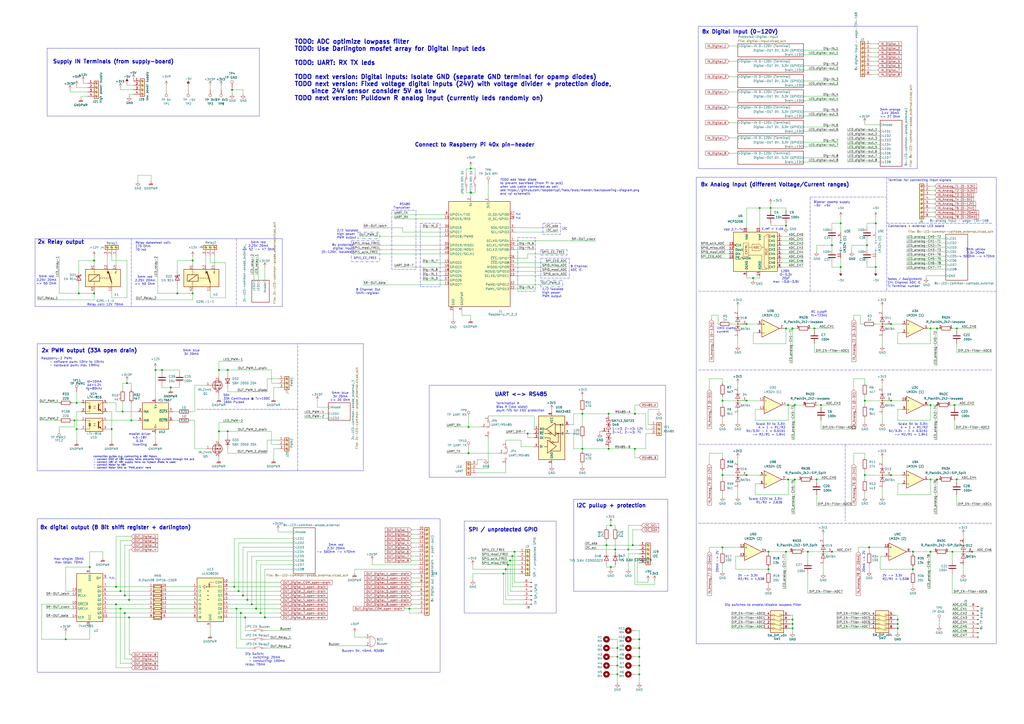
<source format=kicad_sch>
(kicad_sch
	(version 20231120)
	(generator "eeschema")
	(generator_version "8.0")
	(uuid "af4d11a6-73e1-4c39-a25e-5fe7dfa07237")
	(paper "A2")
	
	(junction
		(at 140.97 345.44)
		(diameter 0)
		(color 0 0 0 0)
		(uuid "01a8e618-7e14-4882-9136-a12536116a47")
	)
	(junction
		(at 237.49 353.06)
		(diameter 0)
		(color 0 0 0 0)
		(uuid "01c225b5-cd2c-42cd-9a9e-dd1eb69e7a46")
	)
	(junction
		(at 294.64 327.66)
		(diameter 0)
		(color 0 0 0 0)
		(uuid "05305efd-1dbd-4d1b-9814-028567a7094e")
	)
	(junction
		(at 137.16 353.06)
		(diameter 0)
		(color 0 0 0 0)
		(uuid "05eca1c0-0042-44d8-82a8-b1f48175c33d")
	)
	(junction
		(at 368.3 260.35)
		(diameter 0)
		(color 0 0 0 0)
		(uuid "06f335d7-63de-4572-a20a-022b6c7f93c9")
	)
	(junction
		(at 364.49 318.77)
		(diameter 0)
		(color 0 0 0 0)
		(uuid "072c8fc6-89d0-4715-8ea4-dd9134761f17")
	)
	(junction
		(at 351.79 316.23)
		(diameter 0)
		(color 0 0 0 0)
		(uuid "07823899-5798-4592-8eff-8b1fe5858f30")
	)
	(junction
		(at 358.14 381)
		(diameter 0)
		(color 0 0 0 0)
		(uuid "08257806-6a62-48e1-afe8-11841934bc89")
	)
	(junction
		(at 71.12 238.76)
		(diameter 0)
		(color 0 0 0 0)
		(uuid "0eedc99b-ff42-4961-8286-6066dee5c8fe")
	)
	(junction
		(at 508 129.54)
		(diameter 0)
		(color 0 0 0 0)
		(uuid "0f3fa599-affa-44c6-8b85-24ce12db14ea")
	)
	(junction
		(at 67.31 340.36)
		(diameter 0)
		(color 0 0 0 0)
		(uuid "10026633-9ac7-4b72-aa53-10151f42da81")
	)
	(junction
		(at 64.77 248.92)
		(diameter 0)
		(color 0 0 0 0)
		(uuid "11580b8b-6675-41d3-b33d-e1ed958eda93")
	)
	(junction
		(at 153.67 358.14)
		(diameter 0)
		(color 0 0 0 0)
		(uuid "119c3b35-4b9f-4318-9220-02559deba15e")
	)
	(junction
		(at 73.66 222.25)
		(diameter 0)
		(color 0 0 0 0)
		(uuid "14ee932b-b4bf-415b-ab21-01e0b930417b")
	)
	(junction
		(at 516.89 232.41)
		(diameter 0)
		(color 0 0 0 0)
		(uuid "14fcd33f-6a27-4b5c-bd8a-16602ae94ce3")
	)
	(junction
		(at 353.06 240.03)
		(diameter 0)
		(color 0 0 0 0)
		(uuid "1827b75e-5515-4844-a399-117e6918fd73")
	)
	(junction
		(at 354.33 328.93)
		(diameter 0)
		(color 0 0 0 0)
		(uuid "1c476741-4a7f-44e7-a84a-5b0fc50d1df8")
	)
	(junction
		(at 487.68 154.94)
		(diameter 0)
		(color 0 0 0 0)
		(uuid "1f83392c-f6f4-4c47-92c7-6541609902a5")
	)
	(junction
		(at 508 154.94)
		(diameter 0)
		(color 0 0 0 0)
		(uuid "1ff1815a-ddb0-4907-bed1-18b8fe5665e3")
	)
	(junction
		(at 461.01 234.95)
		(diameter 0)
		(color 0 0 0 0)
		(uuid "209182a8-b4b9-40cd-b5b2-bd90b860e927")
	)
	(junction
		(at 54.61 151.13)
		(diameter 0)
		(color 0 0 0 0)
		(uuid "213f96fc-26d9-4cf1-83bd-f4336ef00b81")
	)
	(junction
		(at 102.87 170.18)
		(diameter 0)
		(color 0 0 0 0)
		(uuid "236f3f4e-76e9-4351-baf1-7665cdb427aa")
	)
	(junction
		(at 146.05 350.52)
		(diameter 0)
		(color 0 0 0 0)
		(uuid "24719f92-8210-4aa7-b4fb-885fcf560860")
	)
	(junction
		(at 127 214.63)
		(diameter 0)
		(color 0 0 0 0)
		(uuid "2a544a35-89e9-4403-a76e-deca404b0df4")
	)
	(junction
		(at 337.82 240.03)
		(diameter 0)
		(color 0 0 0 0)
		(uuid "2d47b40e-d23f-458b-8bda-f40f4a63d16c")
	)
	(junction
		(at 461.01 278.13)
		(diameter 0)
		(color 0 0 0 0)
		(uuid "2ec783c1-8b84-46a4-83e0-9e6bdd9d83e1")
	)
	(junction
		(at 419.1 275.59)
		(diameter 0)
		(color 0 0 0 0)
		(uuid "2f3e2706-66a2-4ddc-84d7-d0f87e408bee")
	)
	(junction
		(at 358.14 391.16)
		(diameter 0)
		(color 0 0 0 0)
		(uuid "30eb7102-40a1-423f-af53-d597c277def6")
	)
	(junction
		(at 433.07 187.96)
		(diameter 0)
		(color 0 0 0 0)
		(uuid "322a1d28-d972-4b68-a81b-9e541f249074")
	)
	(junction
		(at 539.75 234.95)
		(diameter 0)
		(color 0 0 0 0)
		(uuid "3ae78f7f-94a6-4485-a6b5-d7ce73e1abef")
	)
	(junction
		(at 516.89 187.96)
		(diameter 0)
		(color 0 0 0 0)
		(uuid "3b4b0fd5-c991-4a1b-b89c-c6b2bfe001ca")
	)
	(junction
		(at 44.45 233.68)
		(diameter 0)
		(color 0 0 0 0)
		(uuid "3c610d6d-cd11-4e18-9d10-ffa22d04497a")
	)
	(junction
		(at 52.07 328.93)
		(diameter 0)
		(color 0 0 0 0)
		(uuid "3c754c5e-b249-46c4-9d05-9f550316aca5")
	)
	(junction
		(at 273.05 111.76)
		(diameter 0)
		(color 0 0 0 0)
		(uuid "401df33a-bfc8-4102-a832-13b9d72f27f9")
	)
	(junction
		(at 447.04 120.65)
		(diameter 0)
		(color 0 0 0 0)
		(uuid "42f8f2a2-d4f1-4f85-a7f3-af76fd15f334")
	)
	(junction
		(at 539.75 190.5)
		(diameter 0)
		(color 0 0 0 0)
		(uuid "4c28afa4-cb18-4457-bfd3-5c53dabd8baa")
	)
	(junction
		(at 67.31 350.52)
		(diameter 0)
		(color 0 0 0 0)
		(uuid "4dd49bce-72c0-4885-aaa1-4fc2ceee5ed9")
	)
	(junction
		(at 293.37 330.2)
		(diameter 0)
		(color 0 0 0 0)
		(uuid "4e253152-ce51-433a-bba8-8c16e7a62d28")
	)
	(junction
		(at 436.88 161.29)
		(diameter 0)
		(color 0 0 0 0)
		(uuid "4e57230f-aabe-47d0-b863-f2adc3d1ffe4")
	)
	(junction
		(at 554.99 278.13)
		(diameter 0)
		(color 0 0 0 0)
		(uuid "5350fbf4-d95b-437a-9686-20f0bf58d3a4")
	)
	(junction
		(at 356.87 318.77)
		(diameter 0)
		(color 0 0 0 0)
		(uuid "53d66afe-70cb-456e-9b1b-03e37a30427c")
	)
	(junction
		(at 539.75 278.13)
		(diameter 0)
		(color 0 0 0 0)
		(uuid "5453c15f-3da7-498f-b4d4-eefd4a32800e")
	)
	(junction
		(at 482.6 142.24)
		(diameter 0)
		(color 0 0 0 0)
		(uuid "55a82554-799d-4bb3-8181-718182c3900f")
	)
	(junction
		(at 501.65 232.41)
		(diameter 0)
		(color 0 0 0 0)
		(uuid "57a339c8-b411-45ff-a169-a3416d23d890")
	)
	(junction
		(at 111.76 170.18)
		(diameter 0)
		(color 0 0 0 0)
		(uuid "58641e9a-dfea-4a17-a599-d3f20704b922")
	)
	(junction
		(at 370.84 386.08)
		(diameter 0)
		(color 0 0 0 0)
		(uuid "58dccc51-9004-41fb-ad0d-5592fc6a349d")
	)
	(junction
		(at 539.75 320.04)
		(diameter 0)
		(color 0 0 0 0)
		(uuid "5ebeab69-b597-43d2-ab3a-c72fec21131d")
	)
	(junction
		(at 504.19 317.5)
		(diameter 0)
		(color 0 0 0 0)
		(uuid "5fbe9979-8f7b-4932-9184-a4d03c15d4fe")
	)
	(junction
		(at 476.25 234.95)
		(diameter 0)
		(color 0 0 0 0)
		(uuid "5fd46808-879e-44b8-af18-96d3e87ab16f")
	)
	(junction
		(at 354.33 304.8)
		(diameter 0)
		(color 0 0 0 0)
		(uuid "60649139-4bdd-472e-9af5-360b27505cfe")
	)
	(junction
		(at 370.84 391.16)
		(diameter 0)
		(color 0 0 0 0)
		(uuid "60a6d836-72d0-4313-9d09-432095eb272f")
	)
	(junction
		(at 295.91 325.12)
		(diameter 0)
		(color 0 0 0 0)
		(uuid "64cc4205-6b81-48b6-affd-d8656f4e6bce")
	)
	(junction
		(at 529.59 320.04)
		(diameter 0)
		(color 0 0 0 0)
		(uuid "67352b46-f9e5-4f25-b773-3d42ff5e5699")
	)
	(junction
		(at 419.1 317.5)
		(diameter 0)
		(color 0 0 0 0)
		(uuid "6e2b59ba-643e-42d5-abe7-fae3afd30e18")
	)
	(junction
		(at 90.17 214.63)
		(diameter 0)
		(color 0 0 0 0)
		(uuid "6f8dae14-e5bb-4ed3-8136-992dd6b276bb")
	)
	(junction
		(at 440.69 120.65)
		(diameter 0)
		(color 0 0 0 0)
		(uuid "71c80c36-cea0-487c-bcb3-ac90e6cf6909")
	)
	(junction
		(at 501.65 275.59)
		(diameter 0)
		(color 0 0 0 0)
		(uuid "72cd6455-fb65-4b52-8421-80100f0ddc8f")
	)
	(junction
		(at 69.85 342.9)
		(diameter 0)
		(color 0 0 0 0)
		(uuid "751fb691-f4d4-4afb-8c99-237d44216e6a")
	)
	(junction
		(at 143.51 347.98)
		(diameter 0)
		(color 0 0 0 0)
		(uuid "75331210-328d-4b01-a051-ab734c1e4329")
	)
	(junction
		(at 370.84 370.84)
		(diameter 0)
		(color 0 0 0 0)
		(uuid "77fd0bd9-a653-46a2-a6ea-e0ff86286382")
	)
	(junction
		(at 455.93 130.81)
		(diameter 0)
		(color 0 0 0 0)
		(uuid "7b6a19d9-d84c-4ace-9ad2-e52657e5669a")
	)
	(junction
		(at 543.56 190.5)
		(diameter 0)
		(color 0 0 0 0)
		(uuid "7c4690e7-c7bf-4226-a178-dc9e53dc51ed")
	)
	(junction
		(at 445.77 320.04)
		(diameter 0)
		(color 0 0 0 0)
		(uuid "7eee6ae0-e862-4cf5-a20a-077da3b5824a")
	)
	(junction
		(at 358.14 375.92)
		(diameter 0)
		(color 0 0 0 0)
		(uuid "8445ba9c-2e95-4eb0-ba3f-795d556ef72f")
	)
	(junction
		(at 38.1 370.84)
		(diameter 0)
		(color 0 0 0 0)
		(uuid "84b82d7c-5f92-4073-bceb-03310c6207ac")
	)
	(junction
		(at 472.44 190.5)
		(diameter 0)
		(color 0 0 0 0)
		(uuid "85be4b5b-1dd3-4429-a51f-714f415e4cb3")
	)
	(junction
		(at 516.89 275.59)
		(diameter 0)
		(color 0 0 0 0)
		(uuid "86f80d78-9680-4044-9ea8-382a544e1180")
	)
	(junction
		(at 306.07 251.46)
		(diameter 0)
		(color 0 0 0 0)
		(uuid "8ba0df70-00b9-477d-a1d9-09e132e0196c")
	)
	(junction
		(at 502.92 142.24)
		(diameter 0)
		(color 0 0 0 0)
		(uuid "8e2b91a7-a806-46dd-8017-558f66a7d5aa")
	)
	(junction
		(at 93.98 214.63)
		(diameter 0)
		(color 0 0 0 0)
		(uuid "900094c6-ad82-42ce-b9e4-bbff1fbd4f7d")
	)
	(junction
		(at 370.84 375.92)
		(diameter 0)
		(color 0 0 0 0)
		(uuid "92b51d51-f5fb-410e-bbe5-38b96764124c")
	)
	(junction
		(at 271.78 262.89)
		(diameter 0)
		(color 0 0 0 0)
		(uuid "98441d78-d77f-486a-92ea-3668d01ee127")
	)
	(junction
		(at 543.56 234.95)
		(diameter 0)
		(color 0 0 0 0)
		(uuid "9857da2e-fa86-4979-a30f-81191067da5a")
	)
	(junction
		(at 292.1 332.74)
		(diameter 0)
		(color 0 0 0 0)
		(uuid "9867b519-f5bd-4ee4-8781-727026525927")
	)
	(junction
		(at 459.74 359.41)
		(diameter 0)
		(color 0 0 0 0)
		(uuid "98c11e17-da75-489b-919d-abd5b90d75d6")
	)
	(junction
		(at 520.7 364.49)
		(diameter 0)
		(color 0 0 0 0)
		(uuid "9905ae76-43d5-46fd-ab04-63b3bd0b1c1a")
	)
	(junction
		(at 529.59 330.2)
		(diameter 0)
		(color 0 0 0 0)
		(uuid "9f9cd4a1-53b7-4b90-939d-1f42f0144daf")
	)
	(junction
		(at 72.39 345.44)
		(diameter 0)
		(color 0 0 0 0)
		(uuid "a02a0c35-7237-4690-930d-ae7d81a03d46")
	)
	(junction
		(at 433.07 275.59)
		(diameter 0)
		(color 0 0 0 0)
		(uuid "a0fb1850-0f46-4c36-b798-547b535c42df")
	)
	(junction
		(at 44.45 248.92)
		(diameter 0)
		(color 0 0 0 0)
		(uuid "a156600e-b17b-40ee-9338-2875dd6af119")
	)
	(junction
		(at 459.74 364.49)
		(diameter 0)
		(color 0 0 0 0)
		(uuid "a2aaf358-b70a-40ed-8891-c2b838783341")
	)
	(junction
		(at 543.56 278.13)
		(diameter 0)
		(color 0 0 0 0)
		(uuid "a647ae42-673a-4b30-ba91-f5c0de2d1fb1")
	)
	(junction
		(at 419.1 232.41)
		(diameter 0)
		(color 0 0 0 0)
		(uuid "a8916f2a-3760-4408-a711-e8008e50a42d")
	)
	(junction
		(at 473.71 278.13)
		(diameter 0)
		(color 0 0 0 0)
		(uuid "a8b20a5e-2fbe-4704-8e22-2faf27846df8")
	)
	(junction
		(at 553.72 234.95)
		(diameter 0)
		(color 0 0 0 0)
		(uuid "aad29792-d123-4844-9da8-1df2be24a9d5")
	)
	(junction
		(at 45.72 170.18)
		(diameter 0)
		(color 0 0 0 0)
		(uuid "ac1970be-fc9a-493a-b832-4f526b5d8a6f")
	)
	(junction
		(at 367.03 316.23)
		(diameter 0)
		(color 0 0 0 0)
		(uuid "ac4ac232-9a0f-4efe-bd40-aa7c1fcbaeed")
	)
	(junction
		(at 142.24 358.14)
		(diameter 0)
		(color 0 0 0 0)
		(uuid "b03b65c9-d63a-4b4e-b4bc-bfd5bb85047b")
	)
	(junction
		(at 134.62 52.07)
		(diameter 0)
		(color 0 0 0 0)
		(uuid "b1b4e282-b41e-4806-9700-a7c6fbc133b2")
	)
	(junction
		(at 138.43 342.9)
		(diameter 0)
		(color 0 0 0 0)
		(uuid "b2e04b3a-0203-4e9b-b5fb-44711c9651f5")
	)
	(junction
		(at 99.06 224.79)
		(diameter 0)
		(color 0 0 0 0)
		(uuid "b650fb0f-f91e-4bab-945c-20253961cf93")
	)
	(junction
		(at 368.3 240.03)
		(diameter 0)
		(color 0 0 0 0)
		(uuid "b75f83a7-ff43-422c-8aef-b23c65dc9f58")
	)
	(junction
		(at 433.07 232.41)
		(diameter 0)
		(color 0 0 0 0)
		(uuid "b8cbbf2c-6947-4c47-a76a-df98369a49e2")
	)
	(junction
		(at 445.77 330.2)
		(diameter 0)
		(color 0 0 0 0)
		(uuid "bc0e8895-a168-4b32-a3ae-032222041331")
	)
	(junction
		(at 273.05 97.79)
		(diameter 0)
		(color 0 0 0 0)
		(uuid "c141ea30-0a7b-45f8-a452-2c0244bcf9aa")
	)
	(junction
		(at 111.76 151.13)
		(diameter 0)
		(color 0 0 0 0)
		(uuid "c25e2208-2d4a-4a5d-b1b6-520bc7405c20")
	)
	(junction
		(at 72.39 355.6)
		(diameter 0)
		(color 0 0 0 0)
		(uuid "c2a7d60c-8406-4629-9f9f-20facc991908")
	)
	(junction
		(at 127 250.19)
		(diameter 0)
		(color 0 0 0 0)
		(uuid "c583ebaa-dbb1-42bf-9503-cd46d9d9c934")
	)
	(junction
		(at 468.63 320.04)
		(diameter 0)
		(color 0 0 0 0)
		(uuid "c6fd9455-a40f-495c-b522-dad68ccccb40")
	)
	(junction
		(at 69.85 353.06)
		(diameter 0)
		(color 0 0 0 0)
		(uuid "c7252f51-5593-44ea-9ef0-15644cb2b836")
	)
	(junction
		(at 482.6 320.04)
		(diameter 0)
		(color 0 0 0 0)
		(uuid "c7d2abe6-56ee-45d0-91ba-2bdad49697be")
	)
	(junction
		(at 554.99 190.5)
		(diameter 0)
		(color 0 0 0 0)
		(uuid "c9a1a788-271b-4313-91ac-1eb41a1be2d1")
	)
	(junction
		(at 74.93 347.98)
		(diameter 0)
		(color 0 0 0 0)
		(uuid "ca97fd06-a20b-4255-9402-c6f0775648c9")
	)
	(junction
		(at 563.88 320.04)
		(diameter 0)
		(color 0 0 0 0)
		(uuid "cb011434-a4b0-4556-a812-d331c49ca2c1")
	)
	(junction
		(at 297.18 322.58)
		(diameter 0)
		(color 0 0 0 0)
		(uuid "ccfc0193-cd4b-4bd1-9adb-8688e97bfa23")
	)
	(junction
		(at 151.13 355.6)
		(diameter 0)
		(color 0 0 0 0)
		(uuid "cdb7cae5-fc07-4bbc-8ee6-837fb3913bf1")
	)
	(junction
		(at 455.93 320.04)
		(diameter 0)
		(color 0 0 0 0)
		(uuid "d3002e4b-d3e1-40cc-9b8a-5d2c7334c6dd")
	)
	(junction
		(at 520.7 361.95)
		(diameter 0)
		(color 0 0 0 0)
		(uuid "d3c25f2f-519c-4e8a-bf2d-451e91de8263")
	)
	(junction
		(at 459.74 190.5)
		(diameter 0)
		(color 0 0 0 0)
		(uuid "d5958f52-db39-4d96-9f5c-46cc0e0a9c13")
	)
	(junction
		(at 353.06 260.35)
		(diameter 0)
		(color 0 0 0 0)
		(uuid "d5f0980c-b894-41c8-ad9a-99d84da95533")
	)
	(junction
		(at 132.08 250.19)
		(diameter 0)
		(color 0 0 0 0)
		(uuid "d7f6abff-a394-48b0-8295-d13e407a04cb")
	)
	(junction
		(at 487.68 129.54)
		(diameter 0)
		(color 0 0 0 0)
		(uuid "d8d7fb1f-bb4d-4c93-8aa7-905c20aefd85")
	)
	(junction
		(at 358.14 386.08)
		(diameter 0)
		(color 0 0 0 0)
		(uuid "d8d95aad-526c-4d3e-9a9b-fefcb78efcaa")
	)
	(junction
		(at 552.45 320.04)
		(diameter 0)
		(color 0 0 0 0)
		(uuid "dd672ca4-9aed-4510-a18a-eaf4c4b1b5b2")
	)
	(junction
		(at 298.45 320.04)
		(diameter 0)
		(color 0 0 0 0)
		(uuid "dd9c1b13-9084-449b-9bee-5e037521464a")
	)
	(junction
		(at 520.7 359.41)
		(diameter 0)
		(color 0 0 0 0)
		(uuid "df62cb63-19fa-46f2-9a5a-93a304b5a69d")
	)
	(junction
		(at 271.78 247.65)
		(diameter 0)
		(color 0 0 0 0)
		(uuid "df678c17-c7d1-407d-803a-c886081558ed")
	)
	(junction
		(at 457.2 234.95)
		(diameter 0)
		(color 0 0 0 0)
		(uuid "e06e2f01-d838-48f6-8efa-7e05b926ca29")
	)
	(junction
		(at 54.61 170.18)
		(diameter 0)
		(color 0 0 0 0)
		(uuid "e0fcc60c-adef-4503-b67d-31eec596d694")
	)
	(junction
		(at 148.59 353.06)
		(diameter 0)
		(color 0 0 0 0)
		(uuid "e3108376-7dad-4cc8-8861-63d384004879")
	)
	(junction
		(at 76.2 243.84)
		(diameter 0)
		(color 0 0 0 0)
		(uuid "e5b099e1-f557-4448-b3d0-b283fc211558")
	)
	(junction
		(at 135.89 340.36)
		(diameter 0)
		(color 0 0 0 0)
		(uuid "e5bd5461-5bb2-4b08-87c8-6e463ef8db0a")
	)
	(junction
		(at 132.08 214.63)
		(diameter 0)
		(color 0 0 0 0)
		(uuid "e8615103-e90c-4f75-b440-b8fad443ff1e")
	)
	(junction
		(at 43.18 243.84)
		(diameter 0)
		(color 0 0 0 0)
		(uuid "e888c988-fb5e-4161-b771-d1f510c9d0b9")
	)
	(junction
		(at 337.82 260.35)
		(diameter 0)
		(color 0 0 0 0)
		(uuid "ed02a82a-9a4c-446b-b18a-c2e77fed11fa")
	)
	(junction
		(at 457.2 278.13)
		(diameter 0)
		(color 0 0 0 0)
		(uuid "ef6c709f-f6a8-4332-b336-2fc745163133")
	)
	(junction
		(at 459.74 361.95)
		(diameter 0)
		(color 0 0 0 0)
		(uuid "f4dadaf2-7795-4ea6-a683-80336635a387")
	)
	(junction
		(at 370.84 381)
		(diameter 0)
		(color 0 0 0 0)
		(uuid "f8e84513-ffe1-4837-b530-90ecbd0bf285")
	)
	(junction
		(at 139.7 355.6)
		(diameter 0)
		(color 0 0 0 0)
		(uuid "fae7fc45-5150-4de6-9de8-a36ec31aa312")
	)
	(junction
		(at 455.93 190.5)
		(diameter 0)
		(color 0 0 0 0)
		(uuid "fbce1fdb-db5b-4f19-bbb5-0a9c27bcbc89")
	)
	(junction
		(at 74.93 358.14)
		(diameter 0)
		(color 0 0 0 0)
		(uuid "fcfc1728-3653-4623-b7b5-a4e4cd6811ba")
	)
	(wire
		(pts
			(xy 455.93 129.54) (xy 455.93 130.81)
		)
		(stroke
			(width 0)
			(type default)
		)
		(uuid "0054231e-6c1c-4b62-a261-da803b448710")
	)
	(wire
		(pts
			(xy 491.49 78.74) (xy 510.54 78.74)
		)
		(stroke
			(width 0)
			(type default)
		)
		(uuid "0059a5bd-5d4e-41f1-b8bf-105e91bea211")
	)
	(wire
		(pts
			(xy 496.57 248.92) (xy 476.25 248.92)
		)
		(stroke
			(width 0)
			(type default)
		)
		(uuid "007352d0-4393-4d19-8efc-d51e28cb77e4")
	)
	(wire
		(pts
			(xy 238.76 320.04) (xy 242.57 320.04)
		)
		(stroke
			(width 0)
			(type default)
		)
		(uuid "00818073-0ff6-4df9-84ad-d009831f149e")
	)
	(wire
		(pts
			(xy 62.23 243.84) (xy 76.2 243.84)
		)
		(stroke
			(width 0)
			(type default)
		)
		(uuid "00912cef-7458-4250-9601-851325c17234")
	)
	(wire
		(pts
			(xy 62.23 233.68) (xy 67.31 233.68)
		)
		(stroke
			(width 0)
			(type default)
		)
		(uuid "00e44004-c513-4de5-a722-c1ec9c261caa")
	)
	(wire
		(pts
			(xy 419.1 327.66) (xy 419.1 331.47)
		)
		(stroke
			(width 0)
			(type default)
		)
		(uuid "00ef2f56-37bd-4ed0-aeb9-aa019bd24e2f")
	)
	(wire
		(pts
			(xy 139.7 370.84) (xy 139.7 355.6)
		)
		(stroke
			(width 0)
			(type default)
		)
		(uuid "00fdba94-28e0-4b7e-a3f6-8468a273182f")
	)
	(wire
		(pts
			(xy 553.72 234.95) (xy 553.72 236.22)
		)
		(stroke
			(width 0)
			(type default)
		)
		(uuid "01a5f7f5-381b-4726-8886-b420b25ccedd")
	)
	(wire
		(pts
			(xy 132.08 353.06) (xy 137.16 353.06)
		)
		(stroke
			(width 0)
			(type default)
		)
		(uuid "01f70877-5d35-4473-8154-b32633fb4439")
	)
	(wire
		(pts
			(xy 90.17 214.63) (xy 93.98 214.63)
		)
		(stroke
			(width 0)
			(type default)
		)
		(uuid "02432959-10b0-4f2a-af2d-7311d5fec00d")
	)
	(wire
		(pts
			(xy 486.41 31.75) (xy 466.09 31.75)
		)
		(stroke
			(width 0)
			(type default)
		)
		(uuid "025ad35c-64b0-47a8-a900-f118fd03ec35")
	)
	(wire
		(pts
			(xy 270.51 111.76) (xy 273.05 111.76)
		)
		(stroke
			(width 0)
			(type default)
		)
		(uuid "02629f80-2850-40af-b117-d301cbd2e1ca")
	)
	(wire
		(pts
			(xy 274.32 330.2) (xy 293.37 330.2)
		)
		(stroke
			(width 0)
			(type default)
		)
		(uuid "02a344d2-8b47-43f6-b628-b060a6ff1a34")
	)
	(wire
		(pts
			(xy 537.21 160.02) (xy 548.64 160.02)
		)
		(stroke
			(width 0)
			(type default)
		)
		(uuid "02ca2bcb-dc3d-41b8-b3bb-d6980a38a62d")
	)
	(wire
		(pts
			(xy 52.07 330.2) (xy 52.07 328.93)
		)
		(stroke
			(width 0)
			(type default)
		)
		(uuid "02caf3da-4dfe-464a-bed0-55c975aa32ca")
	)
	(wire
		(pts
			(xy 487.68 125.73) (xy 487.68 129.54)
		)
		(stroke
			(width 0)
			(type default)
		)
		(uuid "02dea10a-f229-486d-876a-a071096eeead")
	)
	(wire
		(pts
			(xy 245.11 152.4) (xy 257.81 152.4)
		)
		(stroke
			(width 0)
			(type default)
		)
		(uuid "02f927d2-46f0-4067-bb2c-7b5ed625f8eb")
	)
	(wire
		(pts
			(xy 157.48 250.19) (xy 157.48 257.81)
		)
		(stroke
			(width 0)
			(type default)
		)
		(uuid "030da04f-bb6a-49d5-a07a-b1ac13ef0d2c")
	)
	(wire
		(pts
			(xy 516.89 275.59) (xy 523.24 275.59)
		)
		(stroke
			(width 0)
			(type default)
		)
		(uuid "0402a363-6ddc-4245-b79d-651ce5e2b849")
	)
	(wire
		(pts
			(xy 457.2 234.95) (xy 461.01 234.95)
		)
		(stroke
			(width 0)
			(type default)
		)
		(uuid "04304b2e-0c68-4a14-bbe0-0e23cac30e94")
	)
	(wire
		(pts
			(xy 176.53 242.57) (xy 190.5 242.57)
		)
		(stroke
			(width 0)
			(type default)
		)
		(uuid "0441f777-da59-4d51-9ce1-7f52d2030a3b")
	)
	(wire
		(pts
			(xy 351.79 306.07) (xy 351.79 304.8)
		)
		(stroke
			(width 0)
			(type default)
		)
		(uuid "0445f1c5-cbd7-41f2-81d5-6122602375c6")
	)
	(wire
		(pts
			(xy 563.88 320.04) (xy 575.31 320.04)
		)
		(stroke
			(width 0)
			(type default)
		)
		(uuid "044788d0-021d-486d-a9d3-fdae59027b7a")
	)
	(polyline
		(pts
			(xy 114.3 237.49) (xy 172.72 237.49)
		)
		(stroke
			(width 0)
			(type dash)
		)
		(uuid "0562829c-78ed-418e-bf83-3ad41711062d")
	)
	(wire
		(pts
			(xy 73.66 151.13) (xy 73.66 172.72)
		)
		(stroke
			(width 0)
			(type default)
		)
		(uuid "05769be8-6486-49a6-96aa-282d535c7d39")
	)
	(wire
		(pts
			(xy 433.07 132.08) (xy 433.07 120.65)
		)
		(stroke
			(width 0)
			(type default)
		)
		(uuid "05c7cccb-cca5-4623-97c8-040d9b4df307")
	)
	(wire
		(pts
			(xy 67.31 340.36) (xy 86.36 340.36)
		)
		(stroke
			(width 0)
			(type default)
		)
		(uuid "060a1e46-185f-46d5-bb25-4b502bfab042")
	)
	(wire
		(pts
			(xy 453.39 137.16) (xy 466.09 137.16)
		)
		(stroke
			(width 0)
			(type default)
		)
		(uuid "068083fa-fce7-43b5-8463-4f98840e7a26")
	)
	(wire
		(pts
			(xy 73.66 172.72) (xy 64.77 172.72)
		)
		(stroke
			(width 0)
			(type default)
		)
		(uuid "06a1b25e-5913-4cbd-a6dc-df54f02c3062")
	)
	(wire
		(pts
			(xy 76.2 313.69) (xy 69.85 313.69)
		)
		(stroke
			(width 0)
			(type default)
		)
		(uuid "0768423a-ac1c-4f99-9532-7ef87789f549")
	)
	(wire
		(pts
			(xy 96.52 342.9) (xy 111.76 342.9)
		)
		(stroke
			(width 0)
			(type default)
		)
		(uuid "07df2798-ce49-4d2e-88d1-304e7370129e")
	)
	(wire
		(pts
			(xy 273.05 182.88) (xy 273.05 185.42)
		)
		(stroke
			(width 0)
			(type default)
		)
		(uuid "07f79494-8767-4e73-b134-542e489a4daa")
	)
	(wire
		(pts
			(xy 511.81 265.43) (xy 511.81 267.97)
		)
		(stroke
			(width 0)
			(type default)
		)
		(uuid "086ffce1-bece-47de-afff-a5272daa684c")
	)
	(wire
		(pts
			(xy 543.56 278.13) (xy 544.83 278.13)
		)
		(stroke
			(width 0)
			(type default)
		)
		(uuid "08d4afc6-7a52-4c48-90ea-de03339f3fec")
	)
	(wire
		(pts
			(xy 438.15 280.67) (xy 438.15 287.02)
		)
		(stroke
			(width 0)
			(type default)
		)
		(uuid "08da2754-5954-4cc6-88b7-c43418808a5f")
	)
	(wire
		(pts
			(xy 238.76 332.74) (xy 242.57 332.74)
		)
		(stroke
			(width 0)
			(type default)
		)
		(uuid "09105bff-0442-453e-b260-c98527da345d")
	)
	(wire
		(pts
			(xy 453.39 139.7) (xy 466.09 139.7)
		)
		(stroke
			(width 0)
			(type default)
		)
		(uuid "0932f8bf-1781-41f0-8075-3b7e84ddb5c7")
	)
	(wire
		(pts
			(xy 64.77 248.92) (xy 64.77 238.76)
		)
		(stroke
			(width 0)
			(type default)
		)
		(uuid "09c9e21f-8206-47ae-a9c8-c044bfbcae4a")
	)
	(wire
		(pts
			(xy 501.65 273.05) (xy 501.65 275.59)
		)
		(stroke
			(width 0)
			(type default)
		)
		(uuid "09d9a41a-af3c-4a91-ad4d-2c3b79cf9ec7")
	)
	(wire
		(pts
			(xy 52.07 363.22) (xy 52.07 370.84)
		)
		(stroke
			(width 0)
			(type default)
		)
		(uuid "0a051774-4cbb-4b66-bf37-8910fac947bb")
	)
	(wire
		(pts
			(xy 62.23 358.14) (xy 74.93 358.14)
		)
		(stroke
			(width 0)
			(type default)
		)
		(uuid "0aa33d96-2e44-4442-b63d-f8ede3d506ac")
	)
	(wire
		(pts
			(xy 375.92 237.49) (xy 375.92 246.38)
		)
		(stroke
			(width 0)
			(type default)
		)
		(uuid "0ac0da6d-7a79-4bb6-aac5-dbd7e02f6a35")
	)
	(wire
		(pts
			(xy 157.48 257.81) (xy 161.29 257.81)
		)
		(stroke
			(width 0)
			(type default)
		)
		(uuid "0af3e3f5-4871-4f0a-9b10-f4cd810203b5")
	)
	(wire
		(pts
			(xy 419.1 262.89) (xy 419.1 265.43)
		)
		(stroke
			(width 0)
			(type default)
		)
		(uuid "0b798a4e-ae38-46ca-9967-253a2656e0f1")
	)
	(wire
		(pts
			(xy 69.85 384.81) (xy 69.85 353.06)
		)
		(stroke
			(width 0)
			(type default)
		)
		(uuid "0d64bcbd-9b4c-4f6e-98d3-beab5b2606b6")
	)
	(wire
		(pts
			(xy 458.47 361.95) (xy 459.74 361.95)
		)
		(stroke
			(width 0)
			(type default)
		)
		(uuid "0ee3f252-7bb8-434b-aa8b-9caf2c52cf77")
	)
	(wire
		(pts
			(xy 501.65 232.41) (xy 501.65 234.95)
		
... [507815 chars truncated]
</source>
